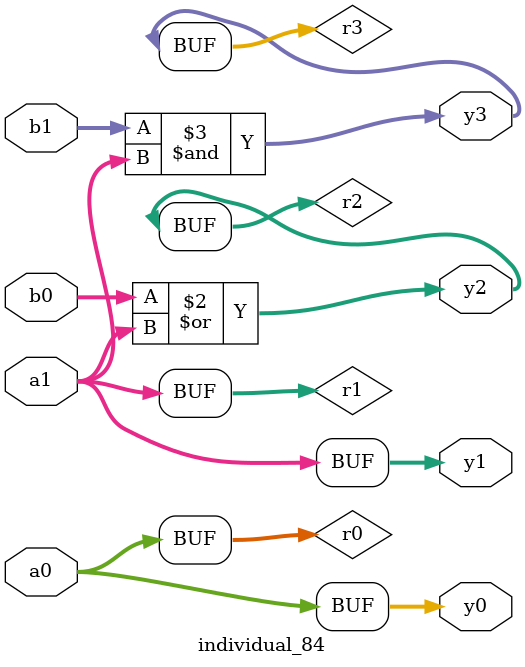
<source format=sv>
module individual_84(input logic [15:0] a1, input logic [15:0] a0, input logic [15:0] b1, input logic [15:0] b0, output logic [15:0] y3, output logic [15:0] y2, output logic [15:0] y1, output logic [15:0] y0);
logic [15:0] r0, r1, r2, r3; 
 always@(*) begin 
	 r0 = a0; r1 = a1; r2 = b0; r3 = b1; 
 	 r2  |=  a1 ;
 	 r3  &=  a1 ;
 	 y3 = r3; y2 = r2; y1 = r1; y0 = r0; 
end
endmodule
</source>
